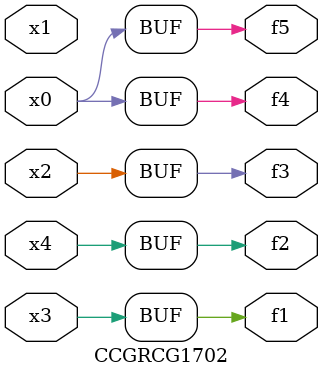
<source format=v>
module CCGRCG1702(
	input x0, x1, x2, x3, x4,
	output f1, f2, f3, f4, f5
);
	assign f1 = x3;
	assign f2 = x4;
	assign f3 = x2;
	assign f4 = x0;
	assign f5 = x0;
endmodule

</source>
